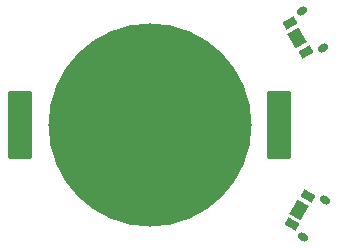
<source format=gbr>
%TF.GenerationSoftware,KiCad,Pcbnew,(6.0.11-0)*%
%TF.CreationDate,2024-05-30T12:39:56+08:00*%
%TF.ProjectId,tinyAVR-wristwatch,74696e79-4156-4522-9d77-726973747761,rev?*%
%TF.SameCoordinates,Original*%
%TF.FileFunction,Soldermask,Bot*%
%TF.FilePolarity,Negative*%
%FSLAX46Y46*%
G04 Gerber Fmt 4.6, Leading zero omitted, Abs format (unit mm)*
G04 Created by KiCad (PCBNEW (6.0.11-0)) date 2024-05-30 12:39:56*
%MOMM*%
%LPD*%
G01*
G04 APERTURE LIST*
G04 Aperture macros list*
%AMRoundRect*
0 Rectangle with rounded corners*
0 $1 Rounding radius*
0 $2 $3 $4 $5 $6 $7 $8 $9 X,Y pos of 4 corners*
0 Add a 4 corners polygon primitive as box body*
4,1,4,$2,$3,$4,$5,$6,$7,$8,$9,$2,$3,0*
0 Add four circle primitives for the rounded corners*
1,1,$1+$1,$2,$3*
1,1,$1+$1,$4,$5*
1,1,$1+$1,$6,$7*
1,1,$1+$1,$8,$9*
0 Add four rect primitives between the rounded corners*
20,1,$1+$1,$2,$3,$4,$5,0*
20,1,$1+$1,$4,$5,$6,$7,0*
20,1,$1+$1,$6,$7,$8,$9,0*
20,1,$1+$1,$8,$9,$2,$3,0*%
%AMHorizOval*
0 Thick line with rounded ends*
0 $1 width*
0 $2 $3 position (X,Y) of the first rounded end (center of the circle)*
0 $4 $5 position (X,Y) of the second rounded end (center of the circle)*
0 Add line between two ends*
20,1,$1,$2,$3,$4,$5,0*
0 Add two circle primitives to create the rounded ends*
1,1,$1,$2,$3*
1,1,$1,$4,$5*%
%AMRotRect*
0 Rectangle, with rotation*
0 The origin of the aperture is its center*
0 $1 length*
0 $2 width*
0 $3 Rotation angle, in degrees counterclockwise*
0 Add horizontal line*
21,1,$1,$2,0,0,$3*%
G04 Aperture macros list end*
%ADD10RotRect,1.100000X0.700000X30.000000*%
%ADD11RotRect,1.400000X1.100000X300.000000*%
%ADD12HorizOval,0.650000X-0.129904X-0.075000X0.129904X0.075000X0*%
%ADD13C,17.204000*%
%ADD14RoundRect,0.102000X0.875000X2.800000X-0.875000X2.800000X-0.875000X-2.800000X0.875000X-2.800000X0*%
%ADD15RotRect,1.100000X0.700000X330.000000*%
%ADD16RotRect,1.400000X1.100000X240.000000*%
%ADD17HorizOval,0.650000X-0.129904X0.075000X0.129904X-0.075000X0*%
G04 APERTURE END LIST*
D10*
%TO.C,SW1*%
X151887564Y-91387564D03*
X153287564Y-93812436D03*
D11*
X152500962Y-92650000D03*
D12*
X152875000Y-90297853D03*
X154725000Y-93502147D03*
%TD*%
D13*
%TO.C,BT1*%
X140000000Y-100000000D03*
D14*
X151000000Y-100000000D03*
X129000000Y-100000000D03*
%TD*%
D15*
%TO.C,SW2*%
X153443449Y-105987564D03*
X152043449Y-108412436D03*
D16*
X152656847Y-107150000D03*
D17*
X154880885Y-106297853D03*
X153030885Y-109502147D03*
%TD*%
M02*

</source>
